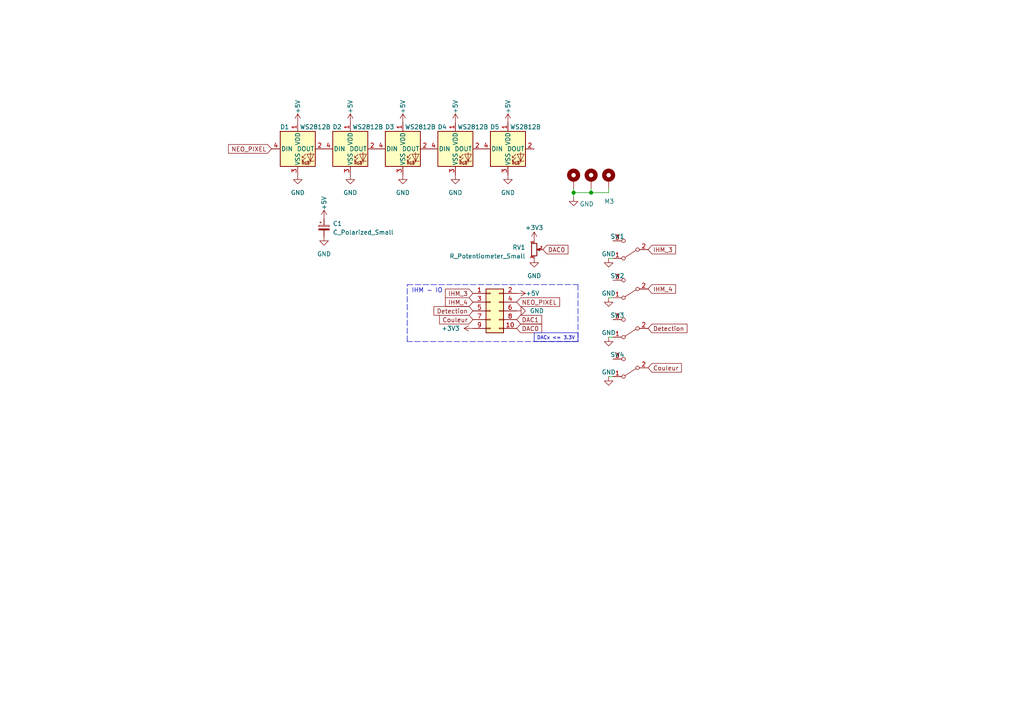
<source format=kicad_sch>
(kicad_sch (version 20230121) (generator eeschema)
  (paper "A4")
  (lib_symbols
    (symbol "Connector_Generic:Conn_02x05_Odd_Even" (pin_names (offset 1.016) hide)
      (property "Reference" "J" (at 1.27 7.62 0))
      (property "Value" "Conn_02x05_Odd_Even" (at 1.27 -7.62 0))
      (symbol "Conn_02x05_Odd_Even_1_1"
        (rectangle (start -1.27 -4.953) (end 0 -5.207) (stroke (width 0.1524)))
        (rectangle (start -1.27 -2.413) (end 0 -2.667) (stroke (width 0.1524)))
        (rectangle (start -1.27 0.127) (end 0 -0.127) (stroke (width 0.1524)))
        (rectangle (start -1.27 2.667) (end 0 2.413) (stroke (width 0.1524)))
        (rectangle (start -1.27 5.207) (end 0 4.953) (stroke (width 0.1524)))
        (rectangle (start -1.27 6.35) (end 3.81 -6.35) (stroke (width 0.254)) (fill (type background)))
        (rectangle (start 3.81 -4.953) (end 2.54 -5.207) (stroke (width 0.1524)))
        (rectangle (start 3.81 -2.413) (end 2.54 -2.667) (stroke (width 0.1524)))
        (rectangle (start 3.81 0.127) (end 2.54 -0.127) (stroke (width 0.1524)))
        (rectangle (start 3.81 2.667) (end 2.54 2.413) (stroke (width 0.1524)))
        (rectangle (start 3.81 5.207) (end 2.54 4.953) (stroke (width 0.1524)))
        (pin passive line (at -5.08 5.08 0) (length 3.81) (name "Pin_1") (number "1"))
        (pin passive line (at 7.62 -5.08 180) (length 3.81) (name "Pin_10") (number "10"))
        (pin passive line (at 7.62 5.08 180) (length 3.81) (name "Pin_2") (number "2"))
        (pin passive line (at -5.08 2.54 0) (length 3.81) (name "Pin_3") (number "3"))
        (pin passive line (at 7.62 2.54 180) (length 3.81) (name "Pin_4") (number "4"))
        (pin passive line (at -5.08 0 0) (length 3.81) (name "Pin_5") (number "5"))
        (pin passive line (at 7.62 0 180) (length 3.81) (name "Pin_6") (number "6"))
        (pin passive line (at -5.08 -2.54 0) (length 3.81) (name "Pin_7") (number "7"))
        (pin passive line (at 7.62 -2.54 180) (length 3.81) (name "Pin_8") (number "8"))
        (pin passive line (at -5.08 -5.08 0) (length 3.81) (name "Pin_9") (number "9"))
      )
    )
    (symbol "Device:C_Polarized_Small" (pin_numbers hide) (pin_names (offset 0.254) hide)
      (property "Reference" "C" (at 0.254 1.778 0))
      (property "Value" "C_Polarized_Small" (at 0.254 -2.032 0))
      (symbol "C_Polarized_Small_0_1"
        (rectangle (start -1.524 -0.3048) (end 1.524 -0.6858) (fill (type outline)))
        (rectangle (start -1.524 0.6858) (end 1.524 0.3048))
        (polyline (pts (xy -1.27 1.524) (xy -0.762 1.524)))
        (polyline (pts (xy -1.016 1.27) (xy -1.016 1.778)))
      )
      (symbol "C_Polarized_Small_1_1"
        (pin passive line (at 0 2.54 270) (length 1.8542) (name "~") (number "1"))
        (pin passive line (at 0 -2.54 90) (length 1.8542) (name "~") (number "2"))
      )
    )
    (symbol "Device:R_Potentiometer_Small" (pin_names (offset 1.016) hide)
      (property "Reference" "RV" (at -4.445 0 90))
      (property "Value" "R_Potentiometer_Small" (at -2.54 0 90))
      (symbol "R_Potentiometer_Small_0_1"
        (polyline (pts (xy 0.889 0) (xy 0.635 0) (xy 1.651 0.381) (xy 1.651 -0.381) (xy 0.635 0) (xy 0.889 0)) (fill (type outline)))
        (rectangle (start 0.762 1.8034) (end -0.762 -1.8034) (stroke (width 0.254)))
      )
      (symbol "R_Potentiometer_Small_1_1"
        (pin passive line (at 0 2.54 270) (length 0.635) (name "1") (number "1"))
        (pin passive line (at 2.54 0 180) (length 0.9906) (name "2") (number "2"))
        (pin passive line (at 0 -2.54 90) (length 0.635) (name "3") (number "3"))
      )
    )
    (symbol "LED:WS2812B" (pin_names (offset 0.254))
      (property "Reference" "D" (at 5.08 5.715 0))
      (property "Value" "WS2812B" (at 1.27 -5.715 0))
      (symbol "WS2812B_0_0"
        (text "RGB" (at 2.286 -4.191 0) (effects (font (size 0.762 0.762))))
      )
      (symbol "WS2812B_0_1"
        (polyline (pts (xy 1.27 -3.556) (xy 1.778 -3.556)))
        (polyline (pts (xy 1.27 -2.54) (xy 1.778 -2.54)))
        (polyline (pts (xy 4.699 -3.556) (xy 2.667 -3.556)))
        (polyline (pts (xy 2.286 -2.54) (xy 1.27 -3.556) (xy 1.27 -3.048)))
        (polyline (pts (xy 2.286 -1.524) (xy 1.27 -2.54) (xy 1.27 -2.032)))
        (polyline (pts (xy 3.683 -1.016) (xy 3.683 -3.556) (xy 3.683 -4.064)))
        (polyline (pts (xy 4.699 -1.524) (xy 2.667 -1.524) (xy 3.683 -3.556) (xy 4.699 -1.524)))
        (rectangle (start 5.08 5.08) (end -5.08 -5.08) (stroke (width 0.254)) (fill (type background)))
      )
      (symbol "WS2812B_1_1"
        (pin power_in line (at 0 7.62 270) (length 2.54) (name "VDD") (number "1"))
        (pin output line (at 7.62 0 180) (length 2.54) (name "DOUT") (number "2"))
        (pin power_in line (at 0 -7.62 90) (length 2.54) (name "VSS") (number "3"))
        (pin input line (at -7.62 0 0) (length 2.54) (name "DIN") (number "4"))
      )
    )
    (symbol "Mechanical:MountingHole_Pad" (pin_numbers hide) (pin_names (offset 1.016) hide)
      (property "Reference" "H" (at 0 6.35 0))
      (property "Value" "MountingHole_Pad" (at 0 4.445 0))
      (symbol "MountingHole_Pad_0_1"
        (circle (center 0 1.27) (radius 1.27) (stroke (width 1.27)))
      )
      (symbol "MountingHole_Pad_1_1"
        (pin input line (at 0 -2.54 90) (length 2.54) (name "1") (number "1"))
      )
    )
    (symbol "Switch:SW_SPDT" (pin_names (offset 0) hide)
      (property "Reference" "SW" (at 0 4.318 0))
      (property "Value" "SW_SPDT" (at 0 -5.08 0))
      (symbol "SW_SPDT_0_0"
        (circle (center -2.032 0) (radius 0.508))
        (circle (center 2.032 -2.54) (radius 0.508))
      )
      (symbol "SW_SPDT_0_1"
        (polyline (pts (xy -1.524 0.254) (xy 1.651 2.286)))
        (circle (center 2.032 2.54) (radius 0.508))
      )
      (symbol "SW_SPDT_1_1"
        (pin passive line (at 5.08 2.54 180) (length 2.54) (name "A") (number "1"))
        (pin passive line (at -5.08 0 0) (length 2.54) (name "B") (number "2"))
        (pin passive line (at 5.08 -2.54 180) (length 2.54) (name "C") (number "3"))
      )
    )
    (symbol "power:+3V3" (power) (pin_names (offset 0))
      (property "Value" "+3V3" (at 0 3.556 0))
      (symbol "+3V3_0_1"
        (polyline (pts (xy -0.762 1.27) (xy 0 2.54)))
        (polyline (pts (xy 0 0) (xy 0 2.54)))
        (polyline (pts (xy 0 2.54) (xy 0.762 1.27)))
      )
      (symbol "+3V3_1_1"
        (pin power_in line (at 0 0 90) (length 0) hide (name "+3V3") (number "1"))
      )
    )
    (symbol "power:+5V" (power) (pin_names (offset 0))
      (property "Value" "+5V" (at 0 3.556 0))
      (symbol "+5V_0_1"
        (polyline (pts (xy -0.762 1.27) (xy 0 2.54)))
        (polyline (pts (xy 0 0) (xy 0 2.54)))
        (polyline (pts (xy 0 2.54) (xy 0.762 1.27)))
      )
      (symbol "+5V_1_1"
        (pin power_in line (at 0 0 90) (length 0) hide (name "+5V") (number "1"))
      )
    )
    (symbol "power:GND" (power) (pin_names (offset 0))
      (property "Value" "GND" (at 0 -3.81 0))
      (symbol "GND_0_1"
        (polyline (pts (xy 0 0) (xy 0 -1.27) (xy 1.27 -1.27) (xy 0 -2.54) (xy -1.27 -1.27) (xy 0 -1.27)))
      )
      (symbol "GND_1_1"
        (pin power_in line (at 0 0 270) (length 0) hide (name "GND") (number "1"))
      )
    )
  )
  (junction (at 171.45 55.88) (diameter 1.016))
  (junction (at 166.37 55.88) (diameter 1.016))
  (wire (pts (xy 166.37 54.61) (xy 166.37 55.88)))
  (wire (pts (xy 176.53 55.88) (xy 171.45 55.88)))
  (polyline (pts (xy 118.11 82.55) (xy 167.64 82.55)) (stroke (width 0) (type dash)))
  (wire (pts (xy 176.53 74.93) (xy 177.8 74.93)))
  (wire (pts (xy 171.45 54.61) (xy 171.45 55.88)))
  (wire (pts (xy 166.37 55.88) (xy 171.45 55.88)))
  (wire (pts (xy 176.53 109.22) (xy 177.8 109.22)))
  (wire (pts (xy 176.53 86.36) (xy 177.8 86.36)))
  (polyline (pts (xy 167.64 82.55) (xy 167.64 99.06)) (stroke (width 0) (type dash)))
  (polyline (pts (xy 118.11 99.06) (xy 118.11 82.55)) (stroke (width 0) (type dash)))
  (wire (pts (xy 176.53 97.79) (xy 177.8 97.79)))
  (polyline (pts (xy 167.64 99.06) (xy 118.11 99.06)) (stroke (width 0) (type dash)))
  (wire (pts (xy 176.53 54.61) (xy 176.53 55.88)))
  (wire (pts (xy 166.37 55.88) (xy 166.37 57.15)))
  (text_box "DACx <= 3.3V" (at 154.94 96.52 0) (size 12.7 2.54) (effects (font (size 1 1)) (justify left top)))
  (text "IHM - IO" (at 119.38 85.09 0) (effects (font (size 1.27 1.27)) (justify left bottom)))
  (global_label "NEO_PIXEL" (shape input) (at 149.86 87.63 0) (property "Intersheetrefs" "${INTERSHEET_REFS}" (effects hide)))
  (global_label "DAC1" (shape input) (at 149.86 92.71 0) (property "Intersheetrefs" "${INTERSHEET_REFS}" (effects hide)))
  (global_label "NEO_PIXEL" (shape input) (at 78.74 43.18 180) (property "Intersheetrefs" "${INTERSHEET_REFS}" (effects hide)))
  (global_label "DAC0" (shape input) (at 149.86 95.25 0) (property "Intersheetrefs" "${INTERSHEET_REFS}" (effects hide)))
  (global_label "IHM_4" (shape input) (at 187.96 83.82 0) (property "Intersheetrefs" "${INTERSHEET_REFS}" (effects hide)))
  (global_label "IHM_3" (shape input) (at 187.96 72.39 0) (property "Intersheetrefs" "${INTERSHEET_REFS}" (effects hide)))
  (global_label "Couleur" (shape input) (at 137.16 92.71 180) (property "Intersheetrefs" "${INTERSHEET_REFS}" (effects hide)))
  (global_label "Detection" (shape input) (at 137.16 90.17 180) (property "Intersheetrefs" "${INTERSHEET_REFS}" (effects hide)))
  (global_label "IHM_4" (shape input) (at 137.16 87.63 180) (property "Intersheetrefs" "${INTERSHEET_REFS}" (effects hide)))
  (global_label "Couleur" (shape input) (at 187.96 106.68 0) (property "Intersheetrefs" "${INTERSHEET_REFS}" (effects hide)))
  (global_label "DAC0" (shape input) (at 157.48 72.39 0) (property "Intersheetrefs" "${INTERSHEET_REFS}" (effects hide)))
  (global_label "Detection" (shape input) (at 187.96 95.25 0) (property "Intersheetrefs" "${INTERSHEET_REFS}" (effects hide)))
  (global_label "IHM_3" (shape input) (at 137.16 85.09 180) (property "Intersheetrefs" "${INTERSHEET_REFS}" (effects hide)))
  (symbol (lib_id "power:+3V3") (at 137.16 95.25 90) (unit 1)
    (property "Reference" "#PWR01" (effects hide))
    (property "Value" "+3V3" (at 133.35 95.25 90) (effects (justify left)))
  )
  (symbol (lib_id "LED:WS2812B") (at 147.32 43.18 0) (unit 1)
    (property "Reference" "D5" (at 143.51 36.83 0))
    (property "Value" "WS2812B" (at 152.4 36.83 0))
    (property "Footprint" "LED_SMD:LED_WS2812B_PLCC4_5.0x5.0mm_P3.2mm" (effects hide))
    (property "Datasheet" "https://cdn-shop.adafruit.com/datasheets/WS2812B.pdf" (effects hide))
  )
  (symbol (lib_id "power:+5V") (at 86.36 35.56 0) (unit 1)
    (property "Reference" "#PWR011" (effects hide))
    (property "Value" "+5V" (at 86.36 33.02 90) (effects (justify left)))
  )
  (symbol (lib_id "power:GND") (at 116.84 50.8 0) (unit 1)
    (property "Reference" "#PWR015" (effects hide))
    (property "Value" "GND" (at 116.84 55.88 0))
  )
  (symbol (lib_id "power:GND") (at 176.53 109.22 0) (unit 1)
    (property "Reference" "#PWR07" (effects hide))
    (property "Value" "GND" (at 176.53 107.95 0))
  )
  (symbol (lib_id "Device:C_Polarized_Small") (at 93.98 66.04 0) (unit 1)
    (property "Reference" "C1" (at 96.52 64.8589 0) (effects (justify left)))
    (property "Value" "C_Polarized_Small" (at 96.52 67.3989 0) (effects (justify left)))
  )
  (symbol (lib_id "power:GND") (at 176.53 86.36 0) (unit 1)
    (property "Reference" "#PWR05" (effects hide))
    (property "Value" "GND" (at 176.53 85.09 0))
  )
  (symbol (lib_id "power:GND") (at 154.94 74.93 0) (unit 1)
    (property "Reference" "#PWR09" (effects hide))
    (property "Value" "GND" (at 154.94 80.01 0))
  )
  (symbol (lib_id "power:GND") (at 101.6 50.8 0) (unit 1)
    (property "Reference" "#PWR013" (effects hide))
    (property "Value" "GND" (at 101.6 55.88 0))
  )
  (symbol (lib_id "power:+5V") (at 132.08 35.56 0) (unit 1)
    (property "Reference" "#PWR016" (effects hide))
    (property "Value" "+5V" (at 132.08 33.02 90) (effects (justify left)))
  )
  (symbol (lib_id "LED:WS2812B") (at 116.84 43.18 0) (unit 1)
    (property "Reference" "D3" (at 113.03 36.83 0))
    (property "Value" "WS2812B" (at 121.92 36.83 0))
    (property "Footprint" "LED_SMD:LED_WS2812B_PLCC4_5.0x5.0mm_P3.2mm" (effects hide))
    (property "Datasheet" "https://cdn-shop.adafruit.com/datasheets/WS2812B.pdf" (effects hide))
  )
  (symbol (lib_id "Connector_Generic:Conn_02x05_Odd_Even") (at 142.24 90.17 0) (unit 1)
    (property "Reference" "IHM-IO1" (effects hide))
    (property "Value" "Conn_02x05_Odd_Even" (effects hide))
    (property "Footprint" "Connector_IDC:IDC-Header_2x05_P2.54mm_Vertical" (effects hide))
  )
  (symbol (lib_id "Switch:SW_SPDT") (at 182.88 83.82 180) (unit 1)
    (property "Reference" "SW2" (at 179.07 80.01 0))
    (property "Value" "SW_SPDT" (effects hide))
    (property "Footprint" "footprints:SK-12D10 1P2T" (effects hide))
  )
  (symbol (lib_id "Device:R_Potentiometer_Small") (at 154.94 72.39 0) (unit 1)
    (property "Reference" "RV1" (at 152.4 71.755 0) (effects (justify right)))
    (property "Value" "R_Potentiometer_Small" (at 152.4 74.295 0) (effects (justify right)))
    (property "Footprint" "Potentiometer_THT:Potentiometer_Bourns_PTV09A-1_Single_Vertical" (effects hide))
  )
  (symbol (lib_id "Mechanical:MountingHole_Pad") (at 171.45 52.07 0) (unit 1)
    (property "Reference" "H3" (effects hide))
    (property "Value" "M3" (effects hide))
    (property "Footprint" "MountingHole:MountingHole_3.2mm_M3_Pad_Via" (effects hide))
  )
  (symbol (lib_id "LED:WS2812B") (at 101.6 43.18 0) (unit 1)
    (property "Reference" "D2" (at 97.79 36.83 0))
    (property "Value" "WS2812B" (at 106.68 36.83 0))
    (property "Footprint" "LED_SMD:LED_WS2812B_PLCC4_5.0x5.0mm_P3.2mm" (effects hide))
    (property "Datasheet" "https://cdn-shop.adafruit.com/datasheets/WS2812B.pdf" (effects hide))
  )
  (symbol (lib_id "Mechanical:MountingHole_Pad") (at 176.53 52.07 0) (unit 1)
    (property "Reference" "H4" (effects hide))
    (property "Value" "M3" (at 175.26 58.42 0) (effects (justify left)))
    (property "Footprint" "MountingHole:MountingHole_3.2mm_M3_Pad_Via" (effects hide))
  )
  (symbol (lib_id "LED:WS2812B") (at 132.08 43.18 0) (unit 1)
    (property "Reference" "D4" (at 128.27 36.83 0))
    (property "Value" "WS2812B" (at 137.16 36.83 0))
    (property "Footprint" "LED_SMD:LED_WS2812B_PLCC4_5.0x5.0mm_P3.2mm" (effects hide))
    (property "Datasheet" "https://cdn-shop.adafruit.com/datasheets/WS2812B.pdf" (effects hide))
  )
  (symbol (lib_id "Mechanical:MountingHole_Pad") (at 166.37 52.07 0) (unit 1)
    (property "Reference" "H1" (effects hide))
    (property "Value" "M3" (effects hide))
    (property "Footprint" "MountingHole:MountingHole_3.2mm_M3_Pad_Via" (effects hide))
  )
  (symbol (lib_id "power:GND") (at 176.53 74.93 0) (unit 1)
    (property "Reference" "#PWR04" (effects hide))
    (property "Value" "GND" (at 176.53 73.66 0))
  )
  (symbol (lib_id "Switch:SW_SPDT") (at 182.88 72.39 180) (unit 1)
    (property "Reference" "SW1" (at 179.07 68.58 0))
    (property "Value" "SW_SPDT" (effects hide))
    (property "Footprint" "footprints:SK-12D10 1P2T" (effects hide))
  )
  (symbol (lib_id "power:GND") (at 147.32 50.8 0) (unit 1)
    (property "Reference" "#PWR019" (effects hide))
    (property "Value" "GND" (at 147.32 55.88 0))
  )
  (symbol (lib_id "power:GND") (at 86.36 50.8 0) (unit 1)
    (property "Reference" "#PWR010" (effects hide))
    (property "Value" "GND" (at 86.36 55.88 0))
  )
  (symbol (lib_id "power:GND") (at 166.37 57.15 0) (unit 1)
    (property "Reference" "#PWR022" (effects hide))
    (property "Value" "GND" (at 170.18 59.1726 0))
  )
  (symbol (lib_id "Switch:SW_SPDT") (at 182.88 95.25 180) (unit 1)
    (property "Reference" "SW3" (at 179.07 91.44 0))
    (property "Value" "SW_SPDT" (effects hide))
    (property "Footprint" "footprints:SK-12D10 1P2T" (effects hide))
  )
  (symbol (lib_id "power:+5V") (at 101.6 35.56 0) (unit 1)
    (property "Reference" "#PWR012" (effects hide))
    (property "Value" "+5V" (at 101.6 33.02 90) (effects (justify left)))
  )
  (symbol (lib_id "LED:WS2812B") (at 86.36 43.18 0) (unit 1)
    (property "Reference" "D1" (at 82.55 36.83 0))
    (property "Value" "WS2812B" (at 91.44 36.83 0))
    (property "Footprint" "LED_SMD:LED_WS2812B_PLCC4_5.0x5.0mm_P3.2mm" (effects hide))
    (property "Datasheet" "https://cdn-shop.adafruit.com/datasheets/WS2812B.pdf" (effects hide))
  )
  (symbol (lib_id "power:GND") (at 176.53 97.79 0) (unit 1)
    (property "Reference" "#PWR06" (effects hide))
    (property "Value" "GND" (at 176.53 96.52 0))
  )
  (symbol (lib_id "power:+5V") (at 149.86 85.09 270) (unit 1)
    (property "Reference" "#PWR02" (effects hide))
    (property "Value" "+5V" (at 152.4 85.09 90) (effects (justify left)))
  )
  (symbol (lib_id "power:+5V") (at 93.98 63.5 0) (unit 1)
    (property "Reference" "#PWR021" (effects hide))
    (property "Value" "+5V" (at 93.98 60.96 90) (effects (justify left)))
  )
  (symbol (lib_id "power:+3V3") (at 154.94 69.85 0) (unit 1)
    (property "Reference" "#PWR08" (effects hide))
    (property "Value" "+3V3" (at 154.94 66.04 0))
  )
  (symbol (lib_id "power:+5V") (at 116.84 35.56 0) (unit 1)
    (property "Reference" "#PWR014" (effects hide))
    (property "Value" "+5V" (at 116.84 33.02 90) (effects (justify left)))
  )
  (symbol (lib_id "power:GND") (at 149.86 90.17 90) (unit 1)
    (property "Reference" "#PWR03" (effects hide))
    (property "Value" "GND" (at 153.67 90.17 90) (effects (justify right)))
  )
  (symbol (lib_id "power:GND") (at 93.98 68.58 0) (unit 1)
    (property "Reference" "#PWR020" (effects hide))
    (property "Value" "GND" (at 93.98 73.66 0))
  )
  (symbol (lib_id "Switch:SW_SPDT") (at 182.88 106.68 180) (unit 1)
    (property "Reference" "SW4" (at 179.07 102.87 0))
    (property "Value" "SW_SPDT" (effects hide))
    (property "Footprint" "footprints:SK-12D10 1P2T" (effects hide))
  )
  (symbol (lib_id "power:GND") (at 132.08 50.8 0) (unit 1)
    (property "Reference" "#PWR017" (effects hide))
    (property "Value" "GND" (at 132.08 55.88 0))
  )
  (symbol (lib_id "power:+5V") (at 147.32 35.56 0) (unit 1)
    (property "Reference" "#PWR018" (effects hide))
    (property "Value" "+5V" (at 147.32 33.02 90) (effects (justify left)))
  )
)
</source>
